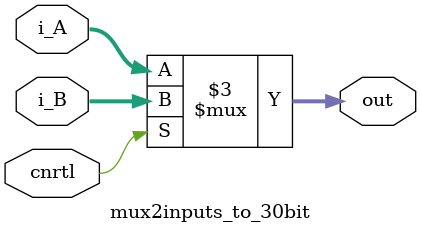
<source format=v>
module mux2inputs_to_30bit(i_A, i_B, cnrtl, out);
input  		[29:0] i_A;
input			[29:0] i_B;
input       cnrtl;

output reg	[29:0] out;

/* Fill in the implementation here ... */ 
always@* begin
	out = (!cnrtl) ? i_A : i_B;
end

endmodule

</source>
